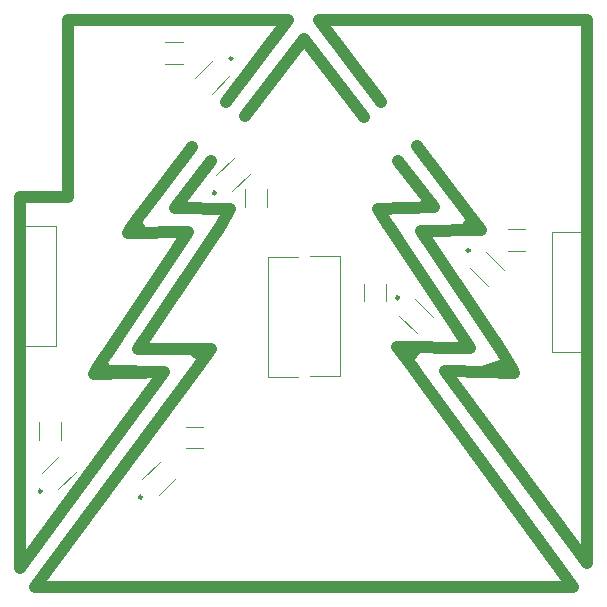
<source format=gbo>
G04*
G04 #@! TF.GenerationSoftware,Altium Limited,Altium Designer,23.1.1 (15)*
G04*
G04 Layer_Color=32896*
%FSLAX44Y44*%
%MOMM*%
G71*
G04*
G04 #@! TF.SameCoordinates,FE5ED9A9-07CB-4C5F-963A-3420CF118FF3*
G04*
G04*
G04 #@! TF.FilePolarity,Positive*
G04*
G01*
G75*
%ADD10C,0.2500*%
%ADD11C,1.0000*%
%ADD12C,0.0001*%
D10*
X103017Y76767D02*
G03*
X103017Y76767I-1250J0D01*
G01*
X18092Y81842D02*
G03*
X18092Y81842I-1250J0D01*
G01*
X179483Y448233D02*
G03*
X179483Y448233I-1250J0D01*
G01*
X380517Y285733D02*
G03*
X380517Y285733I-1250J0D01*
G01*
X165517Y334267D02*
G03*
X165517Y334267I-1250J0D01*
G01*
X320517Y245733D02*
G03*
X320517Y245733I-1250J0D01*
G01*
D11*
X102674Y317350D02*
X145074Y373110D01*
X174372Y411507D02*
X227000Y481000D01*
X240030Y464571D02*
X291095Y398584D01*
X190407Y399679D02*
X240030Y464571D01*
X130811Y321299D02*
X161247Y361324D01*
X320000Y361000D02*
X350189Y322299D01*
X332500Y186000D02*
X467500Y1000D01*
X312039Y306746D02*
X380999Y203307D01*
X100001Y202307D02*
X168961Y305746D01*
X12500Y1000D02*
X147500Y183500D01*
X302500Y321000D02*
X350189Y322299D01*
X302500Y321000D02*
X311631Y307359D01*
X130811Y321299D02*
X177500Y321000D01*
X168961Y305746D02*
X177500Y321000D01*
X100001Y202307D02*
X159000Y202000D01*
X147500Y183500D02*
X161000Y202000D01*
X322000Y200000D02*
X334000Y184000D01*
X319000Y204000D02*
X322000Y200000D01*
X319000Y204000D02*
X380999Y203307D01*
X12500Y1000D02*
X467500D01*
X330001Y196221D02*
X334882Y202168D01*
X147757Y200074D02*
X154000Y195000D01*
X72985Y197852D02*
X141945Y301291D01*
X0Y17000D02*
X121582Y182299D01*
X0Y17000D02*
Y331000D01*
X40000D01*
Y481000D01*
X227000D01*
X253000D02*
X480000D01*
Y21000D02*
Y481000D01*
X359418Y183299D02*
X480000Y21000D01*
X359418Y183299D02*
X395000Y183000D01*
X339055Y302291D02*
X405000Y204000D01*
X335926Y374110D02*
X378326Y318350D01*
X253000Y481000D02*
X305628Y411507D01*
X339055Y302291D02*
X390000Y303000D01*
X378326Y318350D02*
X390000Y303000D01*
X378705Y306599D02*
X384163Y310675D01*
X405000Y204000D02*
X417000Y184000D01*
X392000Y183000D02*
X418000Y182000D01*
X392000Y183000D02*
X408511Y188583D01*
X93000Y304000D02*
X102251Y316794D01*
X91000Y300000D02*
X141945Y301291D01*
X99000Y307000D02*
X103000Y301000D01*
X64000Y184000D02*
X72232Y196722D01*
X62000Y181000D02*
X121582Y182299D01*
X76168Y183721D02*
X121582Y182299D01*
X70000Y188000D02*
X73000Y183000D01*
D12*
X116970Y78181D02*
X131819Y93030D01*
X103181Y91970D02*
X118030Y106819D01*
X140000Y136500D02*
X155000D01*
X140000Y118000D02*
X155000D01*
X0Y330000D02*
X40000D01*
X412500Y304000D02*
X427500D01*
X334470Y244319D02*
X349319Y229470D01*
X320681Y230530D02*
X335530Y215681D01*
X165681Y349470D02*
X180530Y364319D01*
X179470Y335681D02*
X194319Y350530D01*
X244840Y179600D02*
X270240D01*
Y281200D01*
X244840D02*
X270240D01*
X209760Y178800D02*
X235160D01*
X209760D02*
Y280400D01*
X235160D01*
X309500Y242500D02*
Y257500D01*
X291000Y242500D02*
Y257500D01*
X190500Y322500D02*
Y337500D01*
X209000Y322500D02*
Y337500D01*
X18256Y97045D02*
X33106Y111894D01*
X32045Y83257D02*
X46894Y98106D01*
X161970Y418181D02*
X176819Y433030D01*
X148181Y431970D02*
X163030Y446819D01*
X394470Y284319D02*
X409319Y269470D01*
X380681Y270530D02*
X395530Y255681D01*
X4840Y306200D02*
X30240D01*
Y204600D02*
Y306200D01*
X4840Y204600D02*
X30240D01*
X449760Y301200D02*
X475160D01*
X449760Y199600D02*
Y301200D01*
Y199600D02*
X475160D01*
X34500Y125346D02*
Y140346D01*
X16000Y125346D02*
Y140346D01*
X122500Y462000D02*
X137500D01*
X122500Y443500D02*
X137500D01*
X412500Y285500D02*
X427500D01*
X11819Y1648D02*
X467500Y0D01*
X480000Y480000D02*
X480254Y19010D01*
X255000Y480000D02*
X480000D01*
X40000Y330000D02*
Y480000D01*
M02*

</source>
